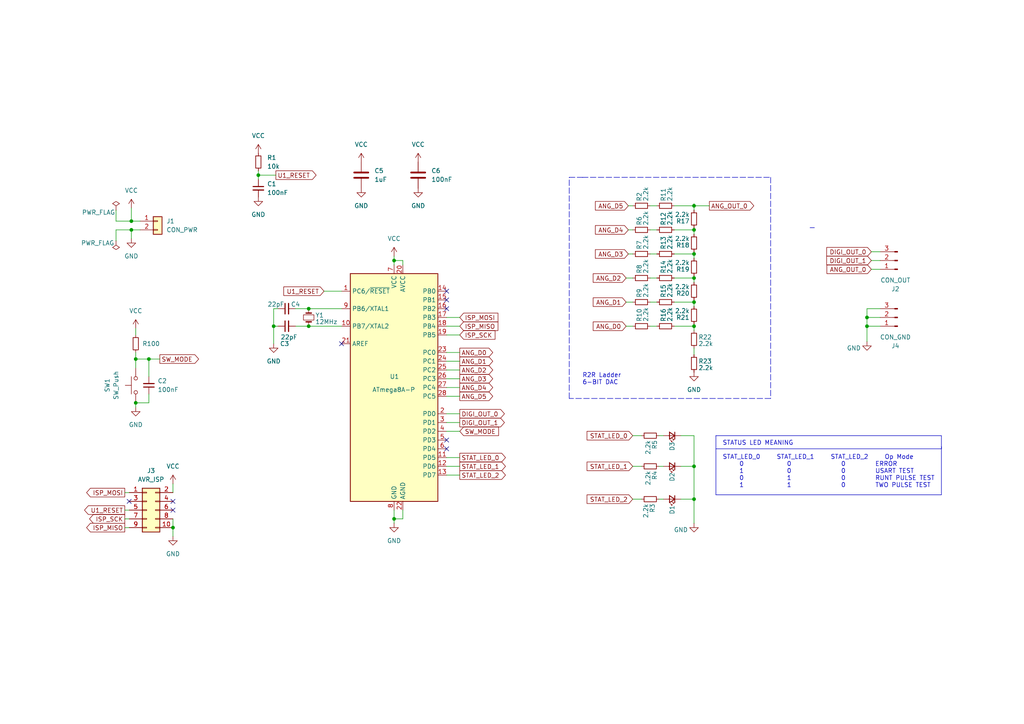
<source format=kicad_sch>
(kicad_sch (version 20211123) (generator eeschema)
  (paper "A4")
  (title_block (title "ScopeTester") (date "2025-06-15") (rev "1") (comment 1 "Microcontroller: Atmega8A") (comment 2 "Demo board to check various oscilloscope features using simple tests "))
  (lib_symbols
    (symbol "Connector:Conn_01x03_Male" (pin_names (offset 1.016) hide)
      (property "Reference" "J" (at 0 5.08 0))
      (property "Value" "Conn_01x03_Male" (at 0 -5.08 0))
      (symbol "Conn_01x03_Male_1_1"
        (polyline (pts (xy 1.27 -2.54) (xy 0.8636 -2.54)) (stroke (width 0.1524)))
        (polyline (pts (xy 1.27 0) (xy 0.8636 0)) (stroke (width 0.1524)))
        (polyline (pts (xy 1.27 2.54) (xy 0.8636 2.54)) (stroke (width 0.1524)))
        (rectangle (start 0.8636 -2.413) (end 0 -2.667) (stroke (width 0.1524)) (fill (type outline)))
        (rectangle (start 0.8636 0.127) (end 0 -0.127) (stroke (width 0.1524)) (fill (type outline)))
        (rectangle (start 0.8636 2.667) (end 0 2.413) (stroke (width 0.1524)) (fill (type outline)))
        (pin passive line (at 5.08 2.54 180) (length 3.81) (name "Pin_1") (number "1"))
        (pin passive line (at 5.08 0 180) (length 3.81) (name "Pin_2") (number "2"))
        (pin passive line (at 5.08 -2.54 180) (length 3.81) (name "Pin_3") (number "3"))
      )
    )
    (symbol "Connector_Generic:Conn_01x02" (pin_names (offset 1.016) hide)
      (property "Reference" "J" (at 0 2.54 0))
      (property "Value" "Conn_01x02" (at 0 -5.08 0))
      (symbol "Conn_01x02_1_1"
        (rectangle (start -1.27 -2.413) (end 0 -2.667) (stroke (width 0.1524)))
        (rectangle (start -1.27 0.127) (end 0 -0.127) (stroke (width 0.1524)))
        (rectangle (start -1.27 1.27) (end 1.27 -3.81) (stroke (width 0.254)) (fill (type background)))
        (pin passive line (at -5.08 0 0) (length 3.81) (name "Pin_1") (number "1"))
        (pin passive line (at -5.08 -2.54 0) (length 3.81) (name "Pin_2") (number "2"))
      )
    )
    (symbol "Connector_Generic:Conn_02x05_Odd_Even" (pin_names (offset 1.016) hide)
      (property "Reference" "J" (at 1.27 7.62 0))
      (property "Value" "Conn_02x05_Odd_Even" (at 1.27 -7.62 0))
      (symbol "Conn_02x05_Odd_Even_1_1"
        (rectangle (start -1.27 -4.953) (end 0 -5.207) (stroke (width 0.1524)))
        (rectangle (start -1.27 -2.413) (end 0 -2.667) (stroke (width 0.1524)))
        (rectangle (start -1.27 0.127) (end 0 -0.127) (stroke (width 0.1524)))
        (rectangle (start -1.27 2.667) (end 0 2.413) (stroke (width 0.1524)))
        (rectangle (start -1.27 5.207) (end 0 4.953) (stroke (width 0.1524)))
        (rectangle (start -1.27 6.35) (end 3.81 -6.35) (stroke (width 0.254)) (fill (type background)))
        (rectangle (start 3.81 -4.953) (end 2.54 -5.207) (stroke (width 0.1524)))
        (rectangle (start 3.81 -2.413) (end 2.54 -2.667) (stroke (width 0.1524)))
        (rectangle (start 3.81 0.127) (end 2.54 -0.127) (stroke (width 0.1524)))
        (rectangle (start 3.81 2.667) (end 2.54 2.413) (stroke (width 0.1524)))
        (rectangle (start 3.81 5.207) (end 2.54 4.953) (stroke (width 0.1524)))
        (pin passive line (at -5.08 5.08 0) (length 3.81) (name "Pin_1") (number "1"))
        (pin passive line (at 7.62 -5.08 180) (length 3.81) (name "Pin_10") (number "10"))
        (pin passive line (at 7.62 5.08 180) (length 3.81) (name "Pin_2") (number "2"))
        (pin passive line (at -5.08 2.54 0) (length 3.81) (name "Pin_3") (number "3"))
        (pin passive line (at 7.62 2.54 180) (length 3.81) (name "Pin_4") (number "4"))
        (pin passive line (at -5.08 0 0) (length 3.81) (name "Pin_5") (number "5"))
        (pin passive line (at 7.62 0 180) (length 3.81) (name "Pin_6") (number "6"))
        (pin passive line (at -5.08 -2.54 0) (length 3.81) (name "Pin_7") (number "7"))
        (pin passive line (at 7.62 -2.54 180) (length 3.81) (name "Pin_8") (number "8"))
        (pin passive line (at -5.08 -5.08 0) (length 3.81) (name "Pin_9") (number "9"))
      )
    )
    (symbol "Device:C" (pin_numbers hide) (pin_names (offset 0.254))
      (property "Reference" "C" (at 0.635 2.54 0))
      (property "Value" "C" (at 0.635 -2.54 0))
      (symbol "C_0_1"
        (polyline (pts (xy -2.032 -0.762) (xy 2.032 -0.762)) (stroke (width 0.508)))
        (polyline (pts (xy -2.032 0.762) (xy 2.032 0.762)) (stroke (width 0.508)))
      )
      (symbol "C_1_1"
        (pin passive line (at 0 3.81 270) (length 2.794) (name "~") (number "1"))
        (pin passive line (at 0 -3.81 90) (length 2.794) (name "~") (number "2"))
      )
    )
    (symbol "Device:C_Small" (pin_numbers hide) (pin_names (offset 0.254) hide)
      (property "Reference" "C" (at 0.254 1.778 0))
      (property "Value" "C_Small" (at 0.254 -2.032 0))
      (symbol "C_Small_0_1"
        (polyline (pts (xy -1.524 -0.508) (xy 1.524 -0.508)) (stroke (width 0.3302)))
        (polyline (pts (xy -1.524 0.508) (xy 1.524 0.508)) (stroke (width 0.3048)))
      )
      (symbol "C_Small_1_1"
        (pin passive line (at 0 2.54 270) (length 2.032) (name "~") (number "1"))
        (pin passive line (at 0 -2.54 90) (length 2.032) (name "~") (number "2"))
      )
    )
    (symbol "Device:Crystal_Small" (pin_numbers hide) (pin_names (offset 1.016) hide)
      (property "Reference" "Y" (at 0 2.54 0))
      (property "Value" "Crystal_Small" (at 0 -2.54 0))
      (symbol "Crystal_Small_0_1"
        (rectangle (start -0.762 -1.524) (end 0.762 1.524))
        (polyline (pts (xy -1.27 -0.762) (xy -1.27 0.762)) (stroke (width 0.381)))
        (polyline (pts (xy 1.27 -0.762) (xy 1.27 0.762)) (stroke (width 0.381)))
      )
      (symbol "Crystal_Small_1_1"
        (pin passive line (at -2.54 0 0) (length 1.27) (name "1") (number "1"))
        (pin passive line (at 2.54 0 180) (length 1.27) (name "2") (number "2"))
      )
    )
    (symbol "Device:LED_Small" (pin_numbers hide) (pin_names (offset 0.254) hide)
      (property "Reference" "D" (at -1.27 3.175 0))
      (property "Value" "LED_Small" (at -4.445 -2.54 0))
      (symbol "LED_Small_0_1"
        (polyline (pts (xy -0.762 -1.016) (xy -0.762 1.016)) (stroke (width 0.254)))
        (polyline (pts (xy 1.016 0) (xy -0.762 0)))
        (polyline (pts (xy 0.762 -1.016) (xy -0.762 0) (xy 0.762 1.016) (xy 0.762 -1.016)) (stroke (width 0.254)))
        (polyline (pts (xy 0 0.762) (xy -0.508 1.27) (xy -0.254 1.27) (xy -0.508 1.27) (xy -0.508 1.016)))
        (polyline (pts (xy 0.508 1.27) (xy 0 1.778) (xy 0.254 1.778) (xy 0 1.778) (xy 0 1.524)))
      )
      (symbol "LED_Small_1_1"
        (pin passive line (at -2.54 0 0) (length 1.778) (name "K") (number "1"))
        (pin passive line (at 2.54 0 180) (length 1.778) (name "A") (number "2"))
      )
    )
    (symbol "Device:R_Small" (pin_numbers hide) (pin_names (offset 0.254) hide)
      (property "Reference" "R" (at 0.762 0.508 0))
      (property "Value" "R_Small" (at 0.762 -1.016 0))
      (symbol "R_Small_0_1"
        (rectangle (start -0.762 1.778) (end 0.762 -1.778) (stroke (width 0.2032)))
      )
      (symbol "R_Small_1_1"
        (pin passive line (at 0 2.54 270) (length 0.762) (name "~") (number "1"))
        (pin passive line (at 0 -2.54 90) (length 0.762) (name "~") (number "2"))
      )
    )
    (symbol "MCU_Microchip_ATmega:ATmega8A-P"
      (property "Reference" "U" (at -12.7 34.29 0))
      (property "Value" "ATmega8A-P" (at 5.08 -34.29 0))
      (symbol "ATmega8A-P_0_1"
        (rectangle (start -12.7 -33.02) (end 12.7 33.02) (stroke (width 0.254)) (fill (type background)))
      )
      (symbol "ATmega8A-P_1_1"
        (pin bidirectional line (at -15.24 27.94 0) (length 2.54) (name "PC6/~{RESET}") (number "1"))
        (pin bidirectional line (at -15.24 17.78 0) (length 2.54) (name "PB7/XTAL2") (number "10"))
        (pin bidirectional line (at 15.24 -20.32 180) (length 2.54) (name "PD5") (number "11"))
        (pin bidirectional line (at 15.24 -22.86 180) (length 2.54) (name "PD6") (number "12"))
        (pin bidirectional line (at 15.24 -25.4 180) (length 2.54) (name "PD7") (number "13"))
        (pin bidirectional line (at 15.24 27.94 180) (length 2.54) (name "PB0") (number "14"))
        (pin bidirectional line (at 15.24 25.4 180) (length 2.54) (name "PB1") (number "15"))
        (pin bidirectional line (at 15.24 22.86 180) (length 2.54) (name "PB2") (number "16"))
        (pin bidirectional line (at 15.24 20.32 180) (length 2.54) (name "PB3") (number "17"))
        (pin bidirectional line (at 15.24 17.78 180) (length 2.54) (name "PB4") (number "18"))
        (pin bidirectional line (at 15.24 15.24 180) (length 2.54) (name "PB5") (number "19"))
        (pin bidirectional line (at 15.24 -7.62 180) (length 2.54) (name "PD0") (number "2"))
        (pin power_in line (at 2.54 35.56 270) (length 2.54) (name "AVCC") (number "20"))
        (pin passive line (at -15.24 12.7 0) (length 2.54) (name "AREF") (number "21"))
        (pin power_in line (at 2.54 -35.56 90) (length 2.54) (name "AGND") (number "22"))
        (pin bidirectional line (at 15.24 10.16 180) (length 2.54) (name "PC0") (number "23"))
        (pin bidirectional line (at 15.24 7.62 180) (length 2.54) (name "PC1") (number "24"))
        (pin bidirectional line (at 15.24 5.08 180) (length 2.54) (name "PC2") (number "25"))
        (pin bidirectional line (at 15.24 2.54 180) (length 2.54) (name "PC3") (number "26"))
        (pin bidirectional line (at 15.24 0 180) (length 2.54) (name "PC4") (number "27"))
        (pin bidirectional line (at 15.24 -2.54 180) (length 2.54) (name "PC5") (number "28"))
        (pin bidirectional line (at 15.24 -10.16 180) (length 2.54) (name "PD1") (number "3"))
        (pin bidirectional line (at 15.24 -12.7 180) (length 2.54) (name "PD2") (number "4"))
        (pin bidirectional line (at 15.24 -15.24 180) (length 2.54) (name "PD3") (number "5"))
        (pin bidirectional line (at 15.24 -17.78 180) (length 2.54) (name "PD4") (number "6"))
        (pin power_in line (at 0 35.56 270) (length 2.54) (name "VCC") (number "7"))
        (pin power_in line (at 0 -35.56 90) (length 2.54) (name "GND") (number "8"))
        (pin bidirectional line (at -15.24 22.86 0) (length 2.54) (name "PB6/XTAL1") (number "9"))
      )
    )
    (symbol "Switch:SW_Push" (pin_numbers hide) (pin_names (offset 1.016) hide)
      (property "Reference" "SW" (at 1.27 2.54 0))
      (property "Value" "SW_Push" (at 0 -1.524 0))
      (symbol "SW_Push_0_1"
        (circle (center -2.032 0) (radius 0.508))
        (polyline (pts (xy 0 1.27) (xy 0 3.048)))
        (polyline (pts (xy 2.54 1.27) (xy -2.54 1.27)))
        (circle (center 2.032 0) (radius 0.508))
        (pin passive line (at -5.08 0 0) (length 2.54) (name "1") (number "1"))
        (pin passive line (at 5.08 0 180) (length 2.54) (name "2") (number "2"))
      )
    )
    (symbol "power:GND" (power) (pin_names (offset 0))
      (property "Value" "GND" (at 0 -3.81 0))
      (symbol "GND_0_1"
        (polyline (pts (xy 0 0) (xy 0 -1.27) (xy 1.27 -1.27) (xy 0 -2.54) (xy -1.27 -1.27) (xy 0 -1.27)))
      )
      (symbol "GND_1_1"
        (pin power_in line (at 0 0 270) (length 0) hide (name "GND") (number "1"))
      )
    )
    (symbol "power:PWR_FLAG" (power) (pin_numbers hide) (pin_names (offset 0) hide)
      (property "Value" "PWR_FLAG" (at 0 3.81 0))
      (symbol "PWR_FLAG_0_0"
        (pin power_out line (at 0 0 90) (length 0) (name "pwr") (number "1"))
      )
      (symbol "PWR_FLAG_0_1"
        (polyline (pts (xy 0 0) (xy 0 1.27) (xy -1.016 1.905) (xy 0 2.54) (xy 1.016 1.905) (xy 0 1.27)))
      )
    )
    (symbol "power:VCC" (power) (pin_names (offset 0))
      (property "Value" "VCC" (at 0 3.81 0))
      (symbol "VCC_0_1"
        (polyline (pts (xy -0.762 1.27) (xy 0 2.54)))
        (polyline (pts (xy 0 0) (xy 0 2.54)))
        (polyline (pts (xy 0 2.54) (xy 0.762 1.27)))
      )
      (symbol "VCC_1_1"
        (pin power_in line (at 0 0 90) (length 0) hide (name "VCC") (number "1"))
      )
    )
  )
  (bus_alias "LED_STATUS" (members "LED_STATUS_0" "LED_STATUS_1" "LED_STATUS_2"))
  (junction (at 201.295 73.66))
  (junction (at 43.18 104.14))
  (junction (at 201.295 94.615))
  (junction (at 251.46 94.615))
  (junction (at 79.375 94.615))
  (junction (at 38.1 66.675))
  (junction (at 39.37 116.84))
  (junction (at 50.165 153.035))
  (junction (at 201.295 87.63))
  (junction (at 201.295 80.645))
  (junction (at 201.295 66.675))
  (junction (at 114.3 150.495))
  (junction (at 38.1 64.135))
  (junction (at 114.3 75.565))
  (junction (at 201.295 135.255))
  (junction (at 74.93 50.8))
  (junction (at 89.535 94.615))
  (junction (at 89.535 89.535))
  (junction (at 201.295 59.69))
  (junction (at 201.295 144.78))
  (junction (at 251.46 92.075))
  (junction (at 39.37 104.14))
  (no_connect (at 129.54 86.995))
  (no_connect (at 129.54 84.455))
  (no_connect (at 50.165 147.955))
  (no_connect (at 99.06 99.695))
  (no_connect (at 37.465 145.415))
  (no_connect (at 129.54 89.535))
  (no_connect (at 129.54 127.635))
  (no_connect (at 129.54 130.175))
  (no_connect (at 50.165 145.415))
  (wire (pts (xy 201.295 94.615) (xy 201.295 95.885)))
  (polyline (pts (xy 236.22 66.04) (xy 234.95 66.04)))
  (wire (pts (xy 195.58 80.645) (xy 201.295 80.645)))
  (polyline (pts (xy 273.05 126.365) (xy 207.645 126.365)) (stroke (width 0) (type solid)))
  (wire (pts (xy 93.98 84.455) (xy 99.06 84.455)))
  (wire (pts (xy 251.46 89.535) (xy 251.46 92.075)))
  (wire (pts (xy 252.73 73.025) (xy 255.27 73.025)))
  (wire (pts (xy 129.54 104.775) (xy 133.35 104.775)))
  (wire (pts (xy 201.295 87.63) (xy 201.295 86.995)))
  (polyline (pts (xy 273.05 130.175) (xy 273.05 129.54)))
  (wire (pts (xy 39.37 104.14) (xy 39.37 106.68)))
  (wire (pts (xy 129.54 109.855) (xy 133.35 109.855)))
  (wire (pts (xy 181.61 87.63) (xy 183.515 87.63)))
  (wire (pts (xy 188.595 87.63) (xy 190.5 87.63)))
  (polyline (pts (xy 223.52 115.57) (xy 165.1 115.57)))
  (wire (pts (xy 183.515 126.365) (xy 186.055 126.365)))
  (wire (pts (xy 85.725 94.615) (xy 89.535 94.615)))
  (wire (pts (xy 38.1 60.325) (xy 38.1 64.135)))
  (wire (pts (xy 50.165 150.495) (xy 50.165 153.035)))
  (wire (pts (xy 251.46 94.615) (xy 255.27 94.615)))
  (wire (pts (xy 114.3 150.495) (xy 114.3 151.765)))
  (wire (pts (xy 188.595 59.69) (xy 190.5 59.69)))
  (wire (pts (xy 114.3 75.565) (xy 114.3 76.835)))
  (wire (pts (xy 74.93 50.8) (xy 80.01 50.8)))
  (wire (pts (xy 201.295 74.93) (xy 201.295 73.66)))
  (wire (pts (xy 74.93 50.8) (xy 74.93 52.07)))
  (wire (pts (xy 201.295 81.915) (xy 201.295 80.645)))
  (wire (pts (xy 192.405 144.78) (xy 191.135 144.78)))
  (wire (pts (xy 39.37 102.235) (xy 39.37 104.14)))
  (polyline (pts (xy 207.645 130.175) (xy 273.05 130.175)) (stroke (width 0) (type solid)))
  (wire (pts (xy 201.295 80.645) (xy 201.295 80.01)))
  (wire (pts (xy 43.18 109.22) (xy 43.18 104.14)))
  (wire (pts (xy 251.46 89.535) (xy 255.27 89.535)))
  (wire (pts (xy 201.295 144.78) (xy 201.295 151.765)))
  (wire (pts (xy 114.3 74.295) (xy 114.3 75.565)))
  (wire (pts (xy 116.84 76.835) (xy 116.84 75.565)))
  (wire (pts (xy 40.64 66.675) (xy 38.1 66.675)))
  (wire (pts (xy 43.18 114.3) (xy 43.18 116.84)))
  (wire (pts (xy 188.595 94.615) (xy 190.5 94.615)))
  (wire (pts (xy 43.18 116.84) (xy 39.37 116.84)))
  (wire (pts (xy 33.655 64.135) (xy 38.1 64.135)))
  (wire (pts (xy 195.58 94.615) (xy 201.295 94.615)))
  (wire (pts (xy 201.295 100.965) (xy 201.295 102.87)))
  (wire (pts (xy 197.485 135.255) (xy 201.295 135.255)))
  (wire (pts (xy 252.73 78.105) (xy 255.27 78.105)))
  (wire (pts (xy 79.375 89.535) (xy 79.375 94.615)))
  (wire (pts (xy 89.535 94.615) (xy 99.06 94.615)))
  (wire (pts (xy 183.515 135.255) (xy 186.055 135.255)))
  (wire (pts (xy 188.595 73.66) (xy 190.5 73.66)))
  (wire (pts (xy 79.375 99.695) (xy 79.375 94.615)))
  (wire (pts (xy 195.58 87.63) (xy 201.295 87.63)))
  (wire (pts (xy 36.195 142.875) (xy 37.465 142.875)))
  (wire (pts (xy 201.295 60.96) (xy 201.295 59.69)))
  (wire (pts (xy 36.195 150.495) (xy 37.465 150.495)))
  (wire (pts (xy 89.535 89.535) (xy 99.06 89.535)))
  (wire (pts (xy 38.1 66.675) (xy 38.1 69.215)))
  (wire (pts (xy 182.245 73.66) (xy 183.515 73.66)))
  (wire (pts (xy 129.54 132.715) (xy 133.35 132.715)))
  (wire (pts (xy 116.84 147.955) (xy 116.84 150.495)))
  (wire (pts (xy 252.73 75.565) (xy 255.27 75.565)))
  (wire (pts (xy 129.54 137.795) (xy 133.35 137.795)))
  (wire (pts (xy 114.3 75.565) (xy 116.84 75.565)))
  (polyline (pts (xy 207.645 126.365) (xy 207.645 126.365)))
  (wire (pts (xy 201.295 59.69) (xy 205.74 59.69)))
  (wire (pts (xy 192.405 126.365) (xy 191.135 126.365)))
  (wire (pts (xy 33.655 60.96) (xy 33.655 64.135)))
  (wire (pts (xy 182.245 66.675) (xy 183.515 66.675)))
  (wire (pts (xy 129.54 102.235) (xy 133.35 102.235)))
  (wire (pts (xy 85.725 89.535) (xy 89.535 89.535)))
  (wire (pts (xy 188.595 80.645) (xy 190.5 80.645)))
  (wire (pts (xy 43.18 104.14) (xy 46.355 104.14)))
  (wire (pts (xy 129.54 112.395) (xy 133.35 112.395)))
  (wire (pts (xy 39.37 104.14) (xy 43.18 104.14)))
  (wire (pts (xy 251.46 92.075) (xy 255.27 92.075)))
  (wire (pts (xy 50.165 153.035) (xy 50.165 155.575)))
  (wire (pts (xy 188.595 66.675) (xy 190.5 66.675)))
  (wire (pts (xy 129.54 125.095) (xy 133.35 125.095)))
  (wire (pts (xy 197.485 144.78) (xy 201.295 144.78)))
  (polyline (pts (xy 165.1 51.435) (xy 169.545 51.435)))
  (polyline (pts (xy 207.645 126.365) (xy 207.645 143.51)) (stroke (width 0) (type solid)))
  (wire (pts (xy 36.195 147.955) (xy 37.465 147.955)))
  (wire (pts (xy 36.195 153.035) (xy 37.465 153.035)))
  (wire (pts (xy 182.245 59.69) (xy 183.515 59.69)))
  (wire (pts (xy 33.655 69.85) (xy 33.655 66.675)))
  (wire (pts (xy 114.3 150.495) (xy 116.84 150.495)))
  (wire (pts (xy 79.375 94.615) (xy 80.645 94.615)))
  (wire (pts (xy 181.61 94.615) (xy 183.515 94.615)))
  (wire (pts (xy 201.295 94.615) (xy 201.295 93.98)))
  (polyline (pts (xy 273.05 143.51) (xy 273.05 126.365)) (stroke (width 0) (type solid)))
  (polyline (pts (xy 223.52 51.435) (xy 223.52 115.57)))
  (wire (pts (xy 129.54 107.315) (xy 133.35 107.315)))
  (wire (pts (xy 129.54 135.255) (xy 133.35 135.255)))
  (wire (pts (xy 195.58 59.69) (xy 201.295 59.69)))
  (wire (pts (xy 201.295 144.78) (xy 201.295 135.255)))
  (wire (pts (xy 129.54 122.555) (xy 133.35 122.555)))
  (wire (pts (xy 195.58 66.675) (xy 201.295 66.675)))
  (wire (pts (xy 74.93 49.53) (xy 74.93 50.8)))
  (wire (pts (xy 39.37 116.84) (xy 39.37 118.11)))
  (polyline (pts (xy 168.91 51.435) (xy 223.52 51.435)))
  (wire (pts (xy 114.3 147.955) (xy 114.3 150.495)))
  (wire (pts (xy 129.54 120.015) (xy 133.35 120.015)))
  (wire (pts (xy 129.54 94.615) (xy 133.35 94.615)))
  (wire (pts (xy 181.61 80.645) (xy 183.515 80.645)))
  (wire (pts (xy 129.54 114.935) (xy 133.35 114.935)))
  (wire (pts (xy 195.58 73.66) (xy 201.295 73.66)))
  (wire (pts (xy 201.295 67.945) (xy 201.295 66.675)))
  (wire (pts (xy 201.295 88.9) (xy 201.295 87.63)))
  (wire (pts (xy 39.37 95.25) (xy 39.37 97.155)))
  (wire (pts (xy 33.655 66.675) (xy 38.1 66.675)))
  (wire (pts (xy 201.295 73.66) (xy 201.295 73.025)))
  (wire (pts (xy 251.46 92.075) (xy 251.46 94.615)))
  (wire (pts (xy 251.46 94.615) (xy 251.46 99.06)))
  (wire (pts (xy 129.54 97.155) (xy 133.35 97.155)))
  (wire (pts (xy 201.295 59.69) (xy 201.295 59.055)))
  (wire (pts (xy 80.645 89.535) (xy 79.375 89.535)))
  (wire (pts (xy 50.165 140.335) (xy 50.165 142.875)))
  (wire (pts (xy 192.405 135.255) (xy 191.135 135.255)))
  (wire (pts (xy 201.295 135.255) (xy 201.295 126.365)))
  (polyline (pts (xy 165.1 115.57) (xy 165.1 51.435)))
  (polyline (pts (xy 207.645 143.51) (xy 273.05 143.51)) (stroke (width 0) (type solid)))
  (wire (pts (xy 183.515 144.78) (xy 186.055 144.78)))
  (wire (pts (xy 197.485 126.365) (xy 201.295 126.365)))
  (wire (pts (xy 129.54 92.075) (xy 133.35 92.075)))
  (wire (pts (xy 201.295 66.675) (xy 201.295 66.04)))
  (wire (pts (xy 40.64 64.135) (xy 38.1 64.135)))
  (text "R2R Ladder\n6-BIT DAC" (at 168.91 111.76 0) (effects (font (size 1.27 1.27)) (justify left bottom)))
  (text "STATUS LED MEANING\n\nSTAT_LED_0     STAT_LED_1     STAT_LED_2     Op Mode\n     0             0               0         ERROR\n     1             0               0         USART TEST\n     0             1               0         RUNT PULSE TEST\n     1             1               0         TWO PULSE TEST" (at 209.55 141.605 0) (effects (font (size 1.27 1.27)) (justify left bottom)))
  (global_label "STAT_LED_1" (shape output) (at 133.35 135.255 0) (property "Intersheet References" "${INTERSHEET_REFS}" (effects hide)))
  (global_label "DIGI_OUT_0" (shape output) (at 133.35 120.015 0) (property "Intersheet References" "${INTERSHEET_REFS}" (effects hide)))
  (global_label "U1_RESET" (shape output) (at 80.01 50.8 0) (property "Intersheet References" "${INTERSHEET_REFS}" (effects hide)))
  (global_label "STAT_LED_2" (shape input) (at 183.515 144.78 180) (property "Intersheet References" "${INTERSHEET_REFS}" (effects hide)))
  (global_label "ANG_OUT_0" (shape output) (at 205.74 59.69 0) (property "Intersheet References" "${INTERSHEET_REFS}" (effects hide)))
  (global_label "ANG_D1" (shape output) (at 133.35 104.775 0) (property "Intersheet References" "${INTERSHEET_REFS}" (effects hide)))
  (global_label "ISP_MISO" (shape output) (at 36.195 153.035 180) (property "Intersheet References" "${INTERSHEET_REFS}" (effects hide)))
  (global_label "ISP_MOSI" (shape input) (at 133.35 92.075 0) (property "Intersheet References" "${INTERSHEET_REFS}" (effects hide)))
  (global_label "ANG_D5" (shape output) (at 133.35 114.935 0) (property "Intersheet References" "${INTERSHEET_REFS}" (effects hide)))
  (global_label "ISP_MISO" (shape input) (at 133.35 94.615 0) (property "Intersheet References" "${INTERSHEET_REFS}" (effects hide)))
  (global_label "ANG_D3" (shape input) (at 182.245 73.66 180) (property "Intersheet References" "${INTERSHEET_REFS}" (effects hide)))
  (global_label "ANG_D2" (shape output) (at 133.35 107.315 0) (property "Intersheet References" "${INTERSHEET_REFS}" (effects hide)))
  (global_label "SW_MODE" (shape input) (at 133.35 125.095 0) (property "Intersheet References" "${INTERSHEET_REFS}" (effects hide)))
  (global_label "ISP_MOSI" (shape output) (at 36.195 142.875 180) (property "Intersheet References" "${INTERSHEET_REFS}" (effects hide)))
  (global_label "ANG_D5" (shape input) (at 182.245 59.69 180) (property "Intersheet References" "${INTERSHEET_REFS}" (effects hide)))
  (global_label "STAT_LED_2" (shape output) (at 133.35 137.795 0) (property "Intersheet References" "${INTERSHEET_REFS}" (effects hide)))
  (global_label "U1_RESET" (shape input) (at 93.98 84.455 180) (property "Intersheet References" "${INTERSHEET_REFS}" (effects hide)))
  (global_label "ANG_D0" (shape output) (at 133.35 102.235 0) (property "Intersheet References" "${INTERSHEET_REFS}" (effects hide)))
  (global_label "ANG_OUT_0" (shape input) (at 252.73 78.105 180) (property "Intersheet References" "${INTERSHEET_REFS}" (effects hide)))
  (global_label "DIGI_OUT_1" (shape output) (at 133.35 122.555 0) (property "Intersheet References" "${INTERSHEET_REFS}" (effects hide)))
  (global_label "STAT_LED_0" (shape input) (at 183.515 126.365 180) (property "Intersheet References" "${INTERSHEET_REFS}" (effects hide)))
  (global_label "STAT_LED_0" (shape output) (at 133.35 132.715 0) (property "Intersheet References" "${INTERSHEET_REFS}" (effects hide)))
  (global_label "ANG_D1" (shape input) (at 181.61 87.63 180) (property "Intersheet References" "${INTERSHEET_REFS}" (effects hide)))
  (global_label "DIGI_OUT_0" (shape input) (at 252.73 73.025 180) (property "Intersheet References" "${INTERSHEET_REFS}" (effects hide)))
  (global_label "DIGI_OUT_1" (shape input) (at 252.73 75.565 180) (property "Intersheet References" "${INTERSHEET_REFS}" (effects hide)))
  (global_label "STAT_LED_1" (shape input) (at 183.515 135.255 180) (property "Intersheet References" "${INTERSHEET_REFS}" (effects hide)))
  (global_label "ANG_D2" (shape input) (at 181.61 80.645 180) (property "Intersheet References" "${INTERSHEET_REFS}" (effects hide)))
  (global_label "ISP_SCK" (shape output) (at 36.195 150.495 180) (property "Intersheet References" "${INTERSHEET_REFS}" (effects hide)))
  (global_label "ISP_SCK" (shape input) (at 133.35 97.155 0) (property "Intersheet References" "${INTERSHEET_REFS}" (effects hide)))
  (global_label "ANG_D4" (shape output) (at 133.35 112.395 0) (property "Intersheet References" "${INTERSHEET_REFS}" (effects hide)))
  (global_label "ANG_D3" (shape output) (at 133.35 109.855 0) (property "Intersheet References" "${INTERSHEET_REFS}" (effects hide)))
  (global_label "ANG_D0" (shape input) (at 181.61 94.615 180) (property "Intersheet References" "${INTERSHEET_REFS}" (effects hide)))
  (global_label "U1_RESET" (shape output) (at 36.195 147.955 180) (property "Intersheet References" "${INTERSHEET_REFS}" (effects hide)))
  (global_label "ANG_D4" (shape input) (at 182.245 66.675 180) (property "Intersheet References" "${INTERSHEET_REFS}" (effects hide)))
  (global_label "SW_MODE" (shape output) (at 46.355 104.14 0) (property "Intersheet References" "${INTERSHEET_REFS}" (effects hide)))
  (symbol (lib_id "Device:C_Small") (at 83.185 89.535 90) (unit 1)
    (property "Reference" "C4" (at 85.725 88.265 90))
    (property "Value" "22pF" (at 80.01 88.265 90))
  )
  (symbol (lib_id "Device:R_Small") (at 201.295 63.5 180) (unit 1)
    (property "Reference" "R17" (at 200.025 64.135 0) (effects (justify left)))
    (property "Value" "2.2k" (at 200.025 62.23 0) (effects (justify left)))
  )
  (symbol (lib_id "Device:R_Small") (at 186.055 80.645 90) (unit 1)
    (property "Reference" "R8" (at 185.42 79.375 0) (effects (justify left)))
    (property "Value" "2.2k" (at 187.325 79.375 0) (effects (justify left)))
  )
  (symbol (lib_id "Device:R_Small") (at 186.055 66.675 90) (unit 1)
    (property "Reference" "R6" (at 185.42 65.405 0) (effects (justify left)))
    (property "Value" "2.2k" (at 187.325 65.405 0) (effects (justify left)))
  )
  (symbol (lib_id "power:VCC") (at 74.93 44.45 0) (unit 1)
    (property "Reference" "#PWR0109" (effects hide))
    (property "Value" "VCC" (at 74.93 39.37 0))
  )
  (symbol (lib_id "Device:R_Small") (at 193.04 80.645 90) (unit 1)
    (property "Reference" "R14" (at 192.405 79.375 0) (effects (justify left)))
    (property "Value" "2.2k" (at 194.31 79.375 0) (effects (justify left)))
  )
  (symbol (lib_id "power:VCC") (at 104.775 46.99 0) (unit 1)
    (property "Reference" "#PWR0107" (effects hide))
    (property "Value" "VCC" (at 104.775 41.91 0))
  )
  (symbol (lib_id "Device:R_Small") (at 188.595 126.365 270) (unit 1)
    (property "Reference" "R5" (at 189.865 127.635 0) (effects (justify left)))
    (property "Value" "2.2k" (at 187.96 127.635 0) (effects (justify left)))
  )
  (symbol (lib_id "Connector_Generic:Conn_01x02") (at 45.72 64.135 0) (unit 1)
    (property "Reference" "J1" (at 48.26 64.1349 0) (effects (justify left)))
    (property "Value" "CON_PWR" (at 48.26 66.6749 0) (effects (justify left)))
  )
  (symbol (lib_id "Device:R_Small") (at 201.295 77.47 180) (unit 1)
    (property "Reference" "R19" (at 200.025 78.105 0) (effects (justify left)))
    (property "Value" "2.2k" (at 200.025 76.2 0) (effects (justify left)))
  )
  (symbol (lib_id "Switch:SW_Push") (at 39.37 111.76 90) (unit 1)
    (property "Reference" "SW1" (at 31.115 111.76 0))
    (property "Value" "SW_Push" (at 33.655 111.76 0))
  )
  (symbol (lib_id "Device:Crystal_Small") (at 89.535 92.075 270) (unit 1)
    (property "Reference" "Y1" (at 91.44 91.44 90) (effects (justify left)))
    (property "Value" "12MHz" (at 91.44 93.345 90) (effects (justify left)))
  )
  (symbol (lib_id "power:GND") (at 201.295 107.95 0) (unit 1)
    (property "Reference" "#PWR0115" (effects hide))
    (property "Value" "GND" (at 201.295 113.03 0))
  )
  (symbol (lib_id "power:GND") (at 38.1 69.215 0) (unit 1)
    (property "Reference" "#PWR0111" (effects hide))
    (property "Value" "GND" (at 38.1 74.295 0))
  )
  (symbol (lib_id "Device:R_Small") (at 193.04 59.69 90) (unit 1)
    (property "Reference" "R11" (at 192.405 58.42 0) (effects (justify left)))
    (property "Value" "2.2k" (at 194.31 58.42 0) (effects (justify left)))
  )
  (symbol (lib_id "Device:R_Small") (at 193.04 94.615 90) (unit 1)
    (property "Reference" "R16" (at 192.405 93.345 0) (effects (justify left)))
    (property "Value" "2.2k" (at 194.31 93.345 0) (effects (justify left)))
  )
  (symbol (lib_id "power:GND") (at 201.295 151.765 0) (unit 1)
    (property "Reference" "#PWR0108" (effects hide))
    (property "Value" "GND" (at 197.485 153.67 0))
  )
  (symbol (lib_id "power:GND") (at 104.775 54.61 0) (unit 1)
    (property "Reference" "#PWR0105" (effects hide))
    (property "Value" "GND" (at 104.775 59.69 0))
  )
  (symbol (lib_id "Device:R_Small") (at 201.295 84.455 180) (unit 1)
    (property "Reference" "R20" (at 200.025 85.09 0) (effects (justify left)))
    (property "Value" "2.2k" (at 200.025 83.185 0) (effects (justify left)))
  )
  (symbol (lib_id "Device:R_Small") (at 201.295 91.44 180) (unit 1)
    (property "Reference" "R21" (at 200.025 92.075 0) (effects (justify left)))
    (property "Value" "2.2k" (at 200.025 90.17 0) (effects (justify left)))
  )
  (symbol (lib_id "power:VCC") (at 38.1 60.325 0) (unit 1)
    (property "Reference" "#PWR0110" (effects hide))
    (property "Value" "VCC" (at 38.1 55.245 0))
  )
  (symbol (lib_id "Device:C") (at 104.775 50.8 0) (unit 1)
    (property "Reference" "C5" (at 108.585 49.5299 0) (effects (justify left)))
    (property "Value" "1uF" (at 108.585 52.0699 0) (effects (justify left)))
  )
  (symbol (lib_id "Device:R_Small") (at 201.295 105.41 0) (unit 1)
    (property "Reference" "R23" (at 202.565 104.775 0) (effects (justify left)))
    (property "Value" "2.2k" (at 202.565 106.68 0) (effects (justify left)))
  )
  (symbol (lib_id "Connector_Generic:Conn_02x05_Odd_Even") (at 42.545 147.955 0) (unit 1)
    (property "Reference" "J3" (at 43.815 136.525 0))
    (property "Value" "AVR_ISP" (at 43.815 139.065 0))
  )
  (symbol (lib_id "Device:R_Small") (at 201.295 70.485 180) (unit 1)
    (property "Reference" "R18" (at 200.025 71.12 0) (effects (justify left)))
    (property "Value" "2.2k" (at 200.025 69.215 0) (effects (justify left)))
  )
  (symbol (lib_id "Device:R_Small") (at 186.055 94.615 90) (unit 1)
    (property "Reference" "R10" (at 185.42 93.345 0) (effects (justify left)))
    (property "Value" "2.2k" (at 187.325 93.345 0) (effects (justify left)))
  )
  (symbol (lib_id "Device:R_Small") (at 39.37 99.695 0) (unit 1) (in_bom no) (on_board no)
    (property "Reference" "R100" (at 41.275 99.695 0) (effects (justify left)))
    (property "Value" "2.2k" (effects hide))
  )
  (symbol (lib_id "power:VCC") (at 50.165 140.335 0) (unit 1)
    (property "Reference" "#PWR01" (effects hide))
    (property "Value" "VCC" (at 50.165 135.255 0))
  )
  (symbol (lib_id "power:GND") (at 114.3 151.765 0) (unit 1)
    (property "Reference" "#PWR0114" (effects hide))
    (property "Value" "GND" (at 114.3 156.845 0))
  )
  (symbol (lib_id "Device:R_Small") (at 188.595 144.78 270) (unit 1)
    (property "Reference" "R3" (at 189.23 146.05 0) (effects (justify left)))
    (property "Value" "2.2k" (at 187.325 146.05 0) (effects (justify left)))
  )
  (symbol (lib_id "Device:R_Small") (at 193.04 66.675 90) (unit 1)
    (property "Reference" "R12" (at 192.405 65.405 0) (effects (justify left)))
    (property "Value" "2.2k" (at 194.31 65.405 0) (effects (justify left)))
  )
  (symbol (lib_id "Device:R_Small") (at 193.04 73.66 90) (unit 1)
    (property "Reference" "R13" (at 192.405 72.39 0) (effects (justify left)))
    (property "Value" "2.2k" (at 194.31 72.39 0) (effects (justify left)))
  )
  (symbol (lib_id "Device:C") (at 121.285 50.8 0) (unit 1)
    (property "Reference" "C6" (at 125.095 49.5299 0) (effects (justify left)))
    (property "Value" "100nF" (at 125.095 52.0699 0) (effects (justify left)))
  )
  (symbol (lib_id "Device:C_Small") (at 43.18 111.76 180) (unit 1)
    (property "Reference" "C2" (at 45.72 110.4835 0) (effects (justify right)))
    (property "Value" "100nF" (at 45.72 113.0235 0) (effects (justify right)))
  )
  (symbol (lib_id "power:GND") (at 74.93 57.15 0) (unit 1)
    (property "Reference" "#PWR0113" (effects hide))
    (property "Value" "GND" (at 74.93 62.23 0))
  )
  (symbol (lib_id "power:GND") (at 79.375 99.695 0) (unit 1)
    (property "Reference" "#PWR0101" (effects hide))
    (property "Value" "GND" (at 79.375 104.775 0))
  )
  (symbol (lib_id "Device:C_Small") (at 83.185 94.615 90) (unit 1)
    (property "Reference" "C3" (at 82.55 99.695 90))
    (property "Value" "22pF" (at 83.82 97.79 90))
  )
  (symbol (lib_id "power:GND") (at 50.165 155.575 0) (unit 1)
    (property "Reference" "#PWR02" (effects hide))
    (property "Value" "GND" (at 50.165 160.655 0))
  )
  (symbol (lib_id "Device:R_Small") (at 193.04 87.63 90) (unit 1)
    (property "Reference" "R15" (at 192.405 86.36 0) (effects (justify left)))
    (property "Value" "2.2k" (at 194.31 86.36 0) (effects (justify left)))
  )
  (symbol (lib_id "Device:R_Small") (at 74.93 46.99 0) (unit 1)
    (property "Reference" "R1" (at 77.47 45.7199 0) (effects (justify left)))
    (property "Value" "10k" (at 77.47 48.2599 0) (effects (justify left)))
  )
  (symbol (lib_id "Device:R_Small") (at 201.295 98.425 0) (unit 1)
    (property "Reference" "R22" (at 202.565 97.79 0) (effects (justify left)))
    (property "Value" "2.2k" (at 202.565 99.695 0) (effects (justify left)))
  )
  (symbol (lib_id "Connector:Conn_01x03_Male") (at 260.35 92.075 180) (unit 1)
    (property "Reference" "J4" (at 259.715 100.33 0))
    (property "Value" "CON_GND" (at 259.715 97.79 0))
  )
  (symbol (lib_id "MCU_Microchip_ATmega:ATmega8A-P") (at 114.3 112.395 0) (unit 1)
    (property "Reference" "U1" (at 113.03 109.22 0) (effects (justify left)))
    (property "Value" "ATmega8A-P" (at 107.95 113.03 0) (effects (justify left)))
    (property "Footprint" "Package_DIP:DIP-28_W7.62mm" (effects hide))
    (property "Datasheet" "http://ww1.microchip.com/downloads/en/DeviceDoc/Microchip%208bit%20mcu%20AVR%20ATmega8A%20data%20sheet%2040001974A.pdf" (effects hide))
  )
  (symbol (lib_id "Device:LED_Small") (at 194.945 126.365 180) (unit 1)
    (property "Reference" "D3" (at 194.945 130.81 90) (effects (justify right)))
    (property "Value" "LED_Small" (effects hide))
  )
  (symbol (lib_id "power:PWR_FLAG") (at 33.655 69.85 180) (unit 1)
    (property "Reference" "#FLG0102" (effects hide))
    (property "Value" "PWR_FLAG" (at 23.495 70.485 0) (effects (justify right)))
  )
  (symbol (lib_id "Device:LED_Small") (at 194.945 144.78 180) (unit 1)
    (property "Reference" "D1" (at 194.945 149.225 90) (effects (justify right)))
    (property "Value" "LED_Small" (effects hide))
  )
  (symbol (lib_id "power:VCC") (at 114.3 74.295 0) (unit 1)
    (property "Reference" "#PWR0103" (effects hide))
    (property "Value" "VCC" (at 114.3 69.215 0))
  )
  (symbol (lib_id "power:GND") (at 39.37 118.11 0) (unit 1)
    (property "Reference" "#PWR0102" (effects hide))
    (property "Value" "GND" (at 39.37 123.19 0))
  )
  (symbol (lib_id "Device:C_Small") (at 74.93 54.61 0) (unit 1)
    (property "Reference" "C1" (at 77.47 53.3462 0) (effects (justify left)))
    (property "Value" "100nF" (at 77.47 55.8862 0) (effects (justify left)))
  )
  (symbol (lib_id "Device:LED_Small") (at 194.945 135.255 180) (unit 1)
    (property "Reference" "D2" (at 194.945 139.7 90) (effects (justify right)))
    (property "Value" "LED_Small" (effects hide))
  )
  (symbol (lib_id "power:VCC") (at 39.37 95.25 0) (unit 1)
    (property "Reference" "#PWR0112" (effects hide))
    (property "Value" "VCC" (at 39.37 90.17 0))
  )
  (symbol (lib_id "power:GND") (at 251.46 99.06 0) (unit 1)
    (property "Reference" "#PWR03" (effects hide))
    (property "Value" "GND" (at 247.65 100.965 0))
  )
  (symbol (lib_id "Connector:Conn_01x03_Male") (at 260.35 75.565 180) (unit 1)
    (property "Reference" "J2" (at 259.715 83.82 0))
    (property "Value" "CON_OUT" (at 259.715 81.28 0))
  )
  (symbol (lib_id "power:VCC") (at 121.285 46.99 0) (unit 1)
    (property "Reference" "#PWR0104" (effects hide))
    (property "Value" "VCC" (at 121.285 41.91 0))
  )
  (symbol (lib_id "Device:R_Small") (at 188.595 135.255 270) (unit 1)
    (property "Reference" "R4" (at 189.865 136.525 0) (effects (justify left)))
    (property "Value" "2.2k" (at 187.96 136.525 0) (effects (justify left)))
  )
  (symbol (lib_id "Device:R_Small") (at 186.055 73.66 90) (unit 1)
    (property "Reference" "R7" (at 185.42 72.39 0) (effects (justify left)))
    (property "Value" "2.2k" (at 187.325 72.39 0) (effects (justify left)))
  )
  (symbol (lib_id "power:GND") (at 121.285 54.61 0) (unit 1)
    (property "Reference" "#PWR0106" (effects hide))
    (property "Value" "GND" (at 121.285 59.69 0))
  )
  (symbol (lib_id "Device:R_Small") (at 186.055 59.69 90) (unit 1)
    (property "Reference" "R2" (at 185.42 58.42 0) (effects (justify left)))
    (property "Value" "2.2k" (at 187.325 58.42 0) (effects (justify left)))
  )
  (symbol (lib_id "power:PWR_FLAG") (at 33.655 60.96 0) (unit 1)
    (property "Reference" "#FLG0101" (effects hide))
    (property "Value" "PWR_FLAG" (at 28.575 61.595 0))
  )
  (symbol (lib_id "Device:R_Small") (at 186.055 87.63 90) (unit 1)
    (property "Reference" "R9" (at 185.42 86.36 0) (effects (justify left)))
    (property "Value" "2.2k" (at 187.325 86.36 0) (effects (justify left)))
  )
)
</source>
